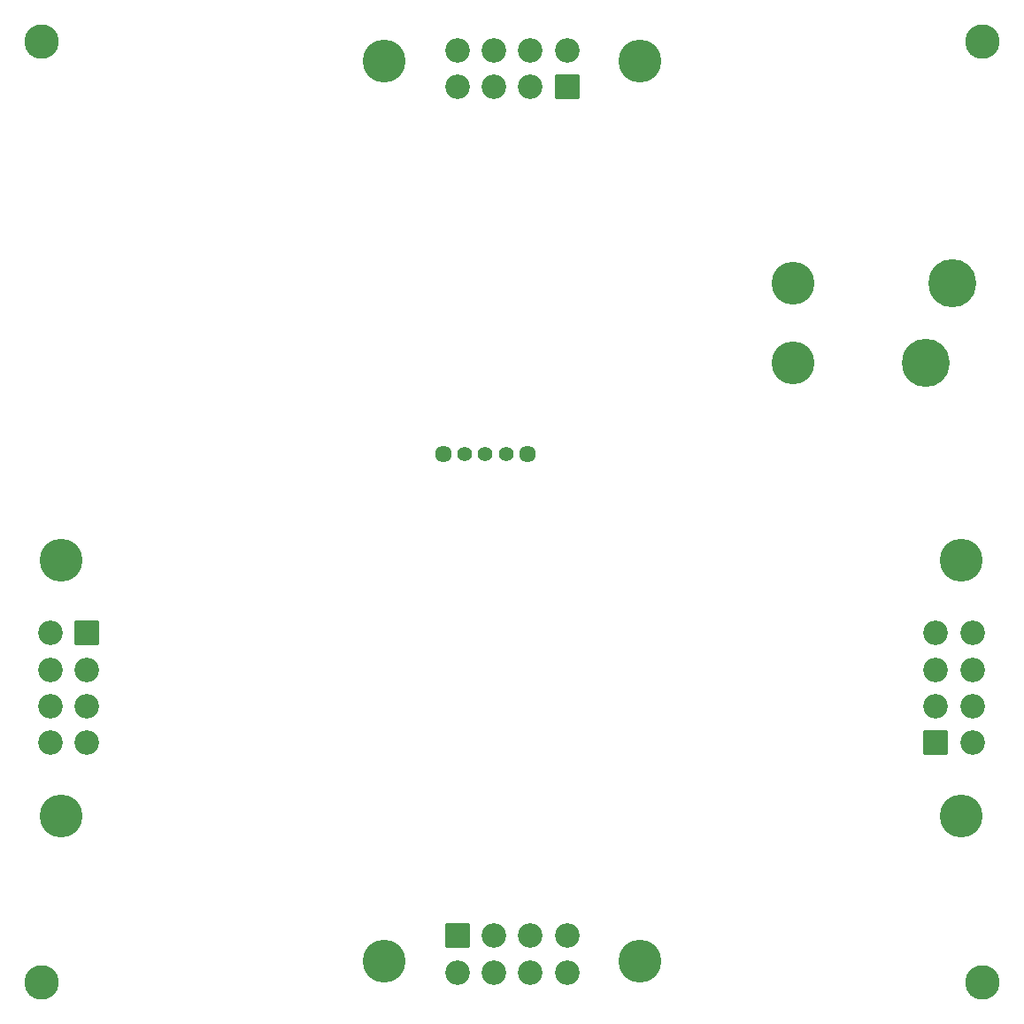
<source format=gbs>
G04 #@! TF.GenerationSoftware,KiCad,Pcbnew,(6.0.5)*
G04 #@! TF.CreationDate,2023-05-02T15:46:37-04:00*
G04 #@! TF.ProjectId,Lights_Board,4c696768-7473-45f4-926f-6172642e6b69,rev?*
G04 #@! TF.SameCoordinates,Original*
G04 #@! TF.FileFunction,Soldermask,Bot*
G04 #@! TF.FilePolarity,Negative*
%FSLAX46Y46*%
G04 Gerber Fmt 4.6, Leading zero omitted, Abs format (unit mm)*
G04 Created by KiCad (PCBNEW (6.0.5)) date 2023-05-02 15:46:37*
%MOMM*%
%LPD*%
G01*
G04 APERTURE LIST*
G04 Aperture macros list*
%AMRoundRect*
0 Rectangle with rounded corners*
0 $1 Rounding radius*
0 $2 $3 $4 $5 $6 $7 $8 $9 X,Y pos of 4 corners*
0 Add a 4 corners polygon primitive as box body*
4,1,4,$2,$3,$4,$5,$6,$7,$8,$9,$2,$3,0*
0 Add four circle primitives for the rounded corners*
1,1,$1+$1,$2,$3*
1,1,$1+$1,$4,$5*
1,1,$1+$1,$6,$7*
1,1,$1+$1,$8,$9*
0 Add four rect primitives between the rounded corners*
20,1,$1+$1,$2,$3,$4,$5,0*
20,1,$1+$1,$4,$5,$6,$7,0*
20,1,$1+$1,$6,$7,$8,$9,0*
20,1,$1+$1,$8,$9,$2,$3,0*%
G04 Aperture macros list end*
%ADD10C,1.610000*%
%ADD11C,1.410000*%
%ADD12RoundRect,0.051000X1.125000X-1.125000X1.125000X1.125000X-1.125000X1.125000X-1.125000X-1.125000X0*%
%ADD13C,2.352000*%
%ADD14C,4.102000*%
%ADD15RoundRect,0.051000X-1.125000X1.125000X-1.125000X-1.125000X1.125000X-1.125000X1.125000X1.125000X0*%
%ADD16RoundRect,0.051000X-1.125000X-1.125000X1.125000X-1.125000X1.125000X1.125000X-1.125000X1.125000X0*%
%ADD17RoundRect,0.051000X1.125000X1.125000X-1.125000X1.125000X-1.125000X-1.125000X1.125000X-1.125000X0*%
%ADD18C,3.302000*%
%ADD19C,4.602000*%
G04 APERTURE END LIST*
D10*
X143447000Y-94488000D03*
X151447000Y-94488000D03*
D11*
X145447000Y-94488000D03*
X147447000Y-94488000D03*
X149447000Y-94488000D03*
D12*
X190540000Y-122090000D03*
D13*
X190540000Y-118590000D03*
X190540000Y-115090000D03*
X190540000Y-111590000D03*
X194040000Y-122090000D03*
X194040000Y-118590000D03*
X194040000Y-115090000D03*
X194040000Y-111590000D03*
D14*
X193000000Y-129090000D03*
X193000000Y-104590000D03*
D15*
X109322500Y-111590000D03*
D13*
X109322500Y-115090000D03*
X109322500Y-118590000D03*
X109322500Y-122090000D03*
X105822500Y-111590000D03*
X105822500Y-115090000D03*
X105822500Y-118590000D03*
X105822500Y-122090000D03*
D14*
X106862500Y-104590000D03*
X106862500Y-129090000D03*
D16*
X144750000Y-140540000D03*
D13*
X148250000Y-140540000D03*
X151750000Y-140540000D03*
X155250000Y-140540000D03*
X144750000Y-144040000D03*
X148250000Y-144040000D03*
X151750000Y-144040000D03*
X155250000Y-144040000D03*
D14*
X137750000Y-143000000D03*
X162250000Y-143000000D03*
D17*
X155250000Y-59362500D03*
D13*
X151750000Y-59362500D03*
X148250000Y-59362500D03*
X144750000Y-59362500D03*
X155250000Y-55862500D03*
X151750000Y-55862500D03*
X148250000Y-55862500D03*
X144750000Y-55862500D03*
D14*
X162250000Y-56902500D03*
X137750000Y-56902500D03*
D18*
X105000000Y-55000000D03*
X195000000Y-55000000D03*
X195000000Y-145000000D03*
X105000000Y-145000000D03*
D14*
X176911000Y-85725000D03*
X176911000Y-78125000D03*
D19*
X189611000Y-85725000D03*
X192151000Y-78125000D03*
M02*

</source>
